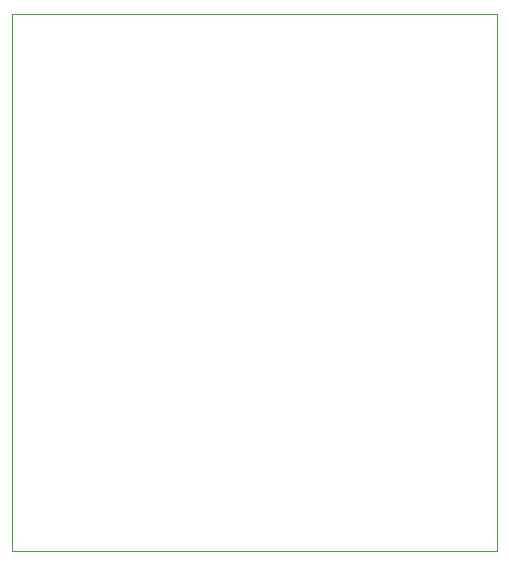
<source format=gbr>
%TF.GenerationSoftware,KiCad,Pcbnew,(5.1.6)-1*%
%TF.CreationDate,2021-03-15T21:03:40-07:00*%
%TF.ProjectId,ECUOutputs,4543554f-7574-4707-9574-732e6b696361,rev?*%
%TF.SameCoordinates,Original*%
%TF.FileFunction,Profile,NP*%
%FSLAX46Y46*%
G04 Gerber Fmt 4.6, Leading zero omitted, Abs format (unit mm)*
G04 Created by KiCad (PCBNEW (5.1.6)-1) date 2021-03-15 21:03:40*
%MOMM*%
%LPD*%
G01*
G04 APERTURE LIST*
%TA.AperFunction,Profile*%
%ADD10C,0.050000*%
%TD*%
G04 APERTURE END LIST*
D10*
X100500000Y-111500000D02*
X100500000Y-66000000D01*
X141500000Y-111500000D02*
X100500000Y-111500000D01*
X141500000Y-66000000D02*
X141500000Y-111500000D01*
X100500000Y-66000000D02*
X141500000Y-66000000D01*
M02*

</source>
